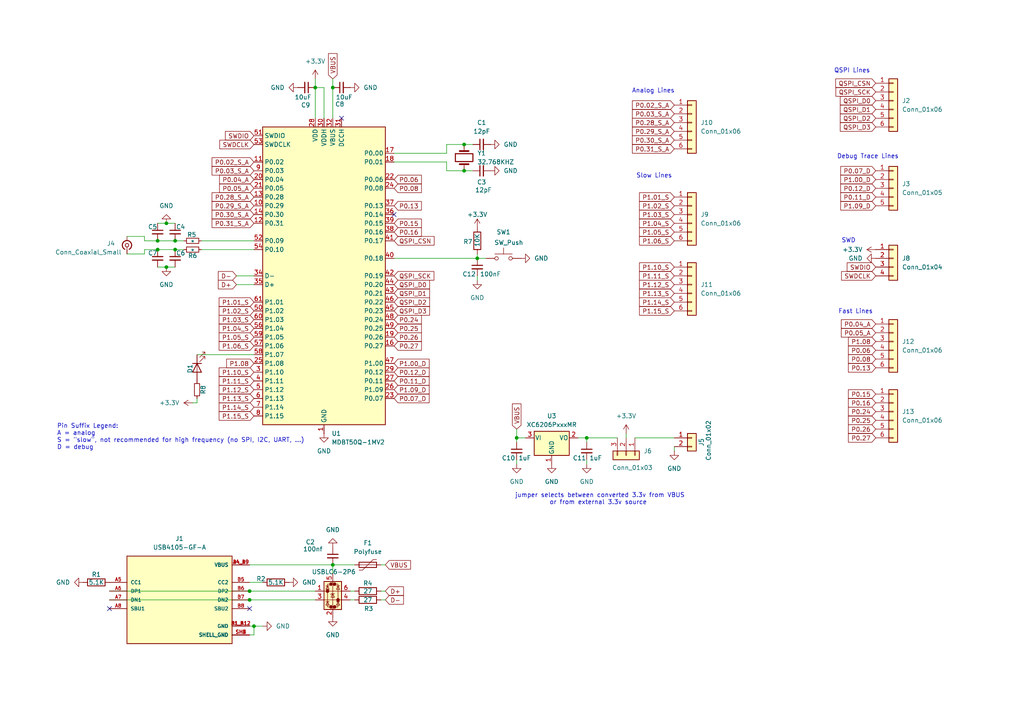
<source format=kicad_sch>
(kicad_sch (version 20231120) (generator "eeschema") (generator_version "8.0")
  (paper "A4")
  (lib_symbols
    (symbol "Connector:Conn_Coaxial_Small" (pin_numbers hide) (pin_names (offset 1.016) hide)
      (property "Reference" "J" (at 0.254 3.048 0))
      (property "Value" "Conn_Coaxial_Small" (at 0 -3.81 0))
      (symbol "Conn_Coaxial_Small_1_1"
        (pin passive line (at -2.54 0 0) (length 1.27) (name "In") (number "1"))
        (pin passive line (at 2.54 0 180) (length 1.27) (name "Ext") (number "2"))
      )
    )
    (symbol "Connector_Generic:Conn_01x02" (pin_names (offset 1.016) hide)
      (property "Reference" "J" (at 0 2.54 0))
      (property "Value" "Conn_01x02" (at 0 -5.08 0))
      (symbol "Conn_01x02_1_1"
        (pin passive line (at -5.08 0 0) (length 3.81) (name "Pin_1") (number "1"))
        (pin passive line (at -5.08 -2.54 0) (length 3.81) (name "Pin_2") (number "2"))
      )
    )
    (symbol "Connector_Generic:Conn_01x03" (pin_names (offset 1.016) hide)
      (property "Reference" "J" (at 0 5.08 0))
      (property "Value" "Conn_01x03" (at 0 -5.08 0))
      (symbol "Conn_01x03_1_1"
        (pin passive line (at -5.08 2.54 0) (length 3.81) (name "Pin_1") (number "1"))
        (pin passive line (at -5.08 0 0) (length 3.81) (name "Pin_2") (number "2"))
        (pin passive line (at -5.08 -2.54 0) (length 3.81) (name "Pin_3") (number "3"))
      )
    )
    (symbol "Connector_Generic:Conn_01x04" (pin_names (offset 1.016) hide)
      (property "Reference" "J" (at 0 5.08 0))
      (property "Value" "Conn_01x04" (at 0 -7.62 0))
      (symbol "Conn_01x04_1_1"
        (pin passive line (at -5.08 2.54 0) (length 3.81) (name "Pin_1") (number "1"))
        (pin passive line (at -5.08 0 0) (length 3.81) (name "Pin_2") (number "2"))
        (pin passive line (at -5.08 -2.54 0) (length 3.81) (name "Pin_3") (number "3"))
        (pin passive line (at -5.08 -5.08 0) (length 3.81) (name "Pin_4") (number "4"))
      )
    )
    (symbol "Connector_Generic:Conn_01x05" (pin_names (offset 1.016) hide)
      (property "Reference" "J" (at 0 7.62 0))
      (property "Value" "Conn_01x05" (at 0 -7.62 0))
      (symbol "Conn_01x05_1_1"
        (pin passive line (at -5.08 5.08 0) (length 3.81) (name "Pin_1") (number "1"))
        (pin passive line (at -5.08 2.54 0) (length 3.81) (name "Pin_2") (number "2"))
        (pin passive line (at -5.08 0 0) (length 3.81) (name "Pin_3") (number "3"))
        (pin passive line (at -5.08 -2.54 0) (length 3.81) (name "Pin_4") (number "4"))
        (pin passive line (at -5.08 -5.08 0) (length 3.81) (name "Pin_5") (number "5"))
      )
    )
    (symbol "Connector_Generic:Conn_01x06" (pin_names (offset 1.016) hide)
      (property "Reference" "J" (at 0 7.62 0))
      (property "Value" "Conn_01x06" (at 0 -10.16 0))
      (symbol "Conn_01x06_1_1"
        (pin passive line (at -5.08 5.08 0) (length 3.81) (name "Pin_1") (number "1"))
        (pin passive line (at -5.08 2.54 0) (length 3.81) (name "Pin_2") (number "2"))
        (pin passive line (at -5.08 0 0) (length 3.81) (name "Pin_3") (number "3"))
        (pin passive line (at -5.08 -2.54 0) (length 3.81) (name "Pin_4") (number "4"))
        (pin passive line (at -5.08 -5.08 0) (length 3.81) (name "Pin_5") (number "5"))
        (pin passive line (at -5.08 -7.62 0) (length 3.81) (name "Pin_6") (number "6"))
      )
    )
    (symbol "Device:C_Small" (pin_numbers hide) (pin_names (offset 0.254) hide)
      (property "Reference" "C" (at 0.254 1.778 0))
      (property "Value" "C_Small" (at 0.254 -2.032 0))
      (symbol "C_Small_1_1"
        (pin passive line (at 0 2.54 270) (length 2.032) (name "~") (number "1"))
        (pin passive line (at 0 -2.54 90) (length 2.032) (name "~") (number "2"))
      )
    )
    (symbol "Device:Crystal" (pin_numbers hide) (pin_names (offset 1.016) hide)
      (property "Reference" "Y" (at 0 3.81 0))
      (property "Value" "Crystal" (at 0 -3.81 0))
      (symbol "Crystal_1_1"
        (pin passive line (at -3.81 0 0) (length 1.27) (name "1") (number "1"))
        (pin passive line (at 3.81 0 180) (length 1.27) (name "2") (number "2"))
      )
    )
    (symbol "Device:LED" (pin_numbers hide) (pin_names (offset 1.016) hide)
      (property "Reference" "D" (at 0 2.54 0))
      (property "Value" "LED" (at 0 -2.54 0))
      (symbol "LED_1_1"
        (pin passive line (at -3.81 0 0) (length 2.54) (name "K") (number "1"))
        (pin passive line (at 3.81 0 180) (length 2.54) (name "A") (number "2"))
      )
    )
    (symbol "Device:Polyfuse" (pin_numbers hide) (pin_names (offset 0))
      (property "Reference" "F" (at -2.54 0 90))
      (property "Value" "Polyfuse" (at 2.54 0 90))
      (symbol "Polyfuse_1_1"
        (pin passive line (at 0 3.81 270) (length 1.27) (name "~") (number "1"))
        (pin passive line (at 0 -3.81 90) (length 1.27) (name "~") (number "2"))
      )
    )
    (symbol "Device:R" (pin_numbers hide) (pin_names (offset 0))
      (property "Reference" "R" (at 2.032 0 90))
      (property "Value" "R" (at 0 0 90))
      (symbol "R_1_1"
        (pin passive line (at 0 3.81 270) (length 1.27) (name "~") (number "1"))
        (pin passive line (at 0 -3.81 90) (length 1.27) (name "~") (number "2"))
      )
    )
    (symbol "Device:R_Small" (pin_numbers hide) (pin_names (offset 0.254) hide)
      (property "Reference" "R" (at 0.762 0.508 0))
      (property "Value" "R_Small" (at 0.762 -1.016 0))
      (symbol "R_Small_1_1"
        (pin passive line (at 0 2.54 270) (length 0.762) (name "~") (number "1"))
        (pin passive line (at 0 -2.54 90) (length 0.762) (name "~") (number "2"))
      )
    )
    (symbol "Power_Protection:USBLC6-2P6" (pin_names hide)
      (property "Reference" "U" (at 0.635 5.715 0))
      (property "Value" "USBLC6-2P6" (at 0.635 3.81 0))
      (symbol "USBLC6-2P6_1_1"
        (pin passive line (at -5.08 0 0) (length 2.54) (name "I/O1") (number "1"))
        (pin passive line (at 0 -7.62 90) (length 2.54) (name "GND") (number "2"))
        (pin passive line (at -5.08 -2.54 0) (length 2.54) (name "I/O2") (number "3"))
        (pin passive line (at 5.08 -2.54 180) (length 2.54) (name "I/O2") (number "4"))
        (pin passive line (at 0 5.08 270) (length 2.54) (name "VBUS") (number "5"))
        (pin passive line (at 5.08 0 180) (length 2.54) (name "I/O1") (number "6"))
      )
    )
    (symbol "RF_Module:MDBT50Q-1MV2"
      (property "Reference" "U" (at 0 0 0))
      (property "Value" "MDBT50Q-1MV2" (at 0 -2.54 0))
      (symbol "MDBT50Q-1MV2_1_1"
        (pin power_in line (at 0 -45.72 90) (length 2.54) (name "GND") (number "1"))
        (pin bidirectional line (at -20.32 20.32 0) (length 2.54) (name "P0.29") (number "10"))
        (pin bidirectional line (at -20.32 33.02 0) (length 2.54) (name "P0.02") (number "11"))
        (pin bidirectional line (at -20.32 15.24 0) (length 2.54) (name "P0.31") (number "12"))
        (pin bidirectional line (at -20.32 22.86 0) (length 2.54) (name "P0.28") (number "13"))
        (pin bidirectional line (at -20.32 17.78 0) (length 2.54) (name "P0.30") (number "14"))
        (pin passive line (at 0 -45.72 90) (length 2.54) hide (name "GND") (number "15"))
        (pin bidirectional line (at 20.32 -20.32 180) (length 2.54) (name "P0.27") (number "16"))
        (pin bidirectional line (at 20.32 35.56 180) (length 2.54) (name "P0.00") (number "17"))
        (pin bidirectional line (at 20.32 33.02 180) (length 2.54) (name "P0.01") (number "18"))
        (pin bidirectional line (at 20.32 -17.78 180) (length 2.54) (name "P0.26") (number "19"))
        (pin passive line (at 0 -45.72 90) (length 2.54) hide (name "GND") (number "2"))
        (pin bidirectional line (at -20.32 27.94 0) (length 2.54) (name "P0.04") (number "20"))
        (pin bidirectional line (at -20.32 25.4 0) (length 2.54) (name "P0.05") (number "21"))
        (pin bidirectional line (at 20.32 27.94 180) (length 2.54) (name "P0.06") (number "22"))
        (pin bidirectional line (at 20.32 -35.56 180) (length 2.54) (name "P0.07") (number "23"))
        (pin bidirectional line (at 20.32 25.4 180) (length 2.54) (name "P0.08") (number "24"))
        (pin bidirectional line (at -20.32 -25.4 0) (length 2.54) (name "P1.08") (number "25"))
        (pin bidirectional line (at 20.32 -33.02 180) (length 2.54) (name "P1.09") (number "26"))
        (pin bidirectional line (at 20.32 -30.48 180) (length 2.54) (name "P0.11") (number "27"))
        (pin power_in line (at -2.54 45.72 270) (length 2.54) (name "VDD") (number "28"))
        (pin bidirectional line (at 20.32 -27.94 180) (length 2.54) (name "P0.12") (number "29"))
        (pin bidirectional line (at -20.32 -27.94 0) (length 2.54) (name "P1.10") (number "3"))
        (pin power_in line (at 0 45.72 270) (length 2.54) (name "VDDH") (number "30"))
        (pin power_out line (at 5.08 45.72 270) (length 2.54) (name "DCCH") (number "31"))
        (pin power_in line (at 2.54 45.72 270) (length 2.54) (name "VBUS") (number "32"))
        (pin passive line (at 0 -45.72 90) (length 2.54) hide (name "GND") (number "33"))
        (pin bidirectional line (at -20.32 0 0) (length 2.54) (name "D-") (number "34"))
        (pin bidirectional line (at -20.32 -2.54 0) (length 2.54) (name "D+") (number "35"))
        (pin bidirectional line (at 20.32 17.78 180) (length 2.54) (name "P0.14") (number "36"))
        (pin bidirectional line (at 20.32 20.32 180) (length 2.54) (name "P0.13") (number "37"))
        (pin bidirectional line (at 20.32 12.7 180) (length 2.54) (name "P0.16") (number "38"))
        (pin bidirectional line (at 20.32 15.24 180) (length 2.54) (name "P0.15") (number "39"))
        (pin bidirectional line (at -20.32 -30.48 0) (length 2.54) (name "P1.11") (number "4"))
        (pin bidirectional line (at 20.32 5.08 180) (length 2.54) (name "P0.18") (number "40"))
        (pin bidirectional line (at 20.32 10.16 180) (length 2.54) (name "P0.17") (number "41"))
        (pin bidirectional line (at 20.32 0 180) (length 2.54) (name "P0.19") (number "42"))
        (pin bidirectional line (at 20.32 -5.08 180) (length 2.54) (name "P0.21") (number "43"))
        (pin bidirectional line (at 20.32 -2.54 180) (length 2.54) (name "P0.20") (number "44"))
        (pin bidirectional line (at 20.32 -10.16 180) (length 2.54) (name "P0.23") (number "45"))
        (pin bidirectional line (at 20.32 -7.62 180) (length 2.54) (name "P0.22") (number "46"))
        (pin bidirectional line (at 20.32 -25.4 180) (length 2.54) (name "P1.00") (number "47"))
        (pin bidirectional line (at 20.32 -12.7 180) (length 2.54) (name "P0.24") (number "48"))
        (pin bidirectional line (at 20.32 -15.24 180) (length 2.54) (name "P0.25") (number "49"))
        (pin bidirectional line (at -20.32 -33.02 0) (length 2.54) (name "P1.12") (number "5"))
        (pin bidirectional line (at -20.32 -10.16 0) (length 2.54) (name "P1.02") (number "50"))
        (pin bidirectional line (at -20.32 40.64 0) (length 2.54) (name "SWDIO") (number "51"))
        (pin bidirectional line (at -20.32 10.16 0) (length 2.54) (name "P0.09") (number "52"))
        (pin input line (at -20.32 38.1 0) (length 2.54) (name "SWDCLK") (number "53"))
        (pin bidirectional line (at -20.32 7.62 0) (length 2.54) (name "P0.10") (number "54"))
        (pin passive line (at 0 -45.72 90) (length 2.54) hide (name "GND") (number "55"))
        (pin bidirectional line (at -20.32 -15.24 0) (length 2.54) (name "P1.04") (number "56"))
        (pin bidirectional line (at -20.32 -20.32 0) (length 2.54) (name "P1.06") (number "57"))
        (pin bidirectional line (at -20.32 -22.86 0) (length 2.54) (name "P1.07") (number "58"))
        (pin bidirectional line (at -20.32 -17.78 0) (length 2.54) (name "P1.05") (number "59"))
        (pin bidirectional line (at -20.32 -35.56 0) (length 2.54) (name "P1.13") (number "6"))
        (pin bidirectional line (at -20.32 -12.7 0) (length 2.54) (name "P1.03") (number "60"))
        (pin bidirectional line (at -20.32 -7.62 0) (length 2.54) (name "P1.01") (number "61"))
        (pin bidirectional line (at -20.32 -38.1 0) (length 2.54) (name "P1.14") (number "7"))
        (pin bidirectional line (at -20.32 -40.64 0) (length 2.54) (name "P1.15") (number "8"))
        (pin bidirectional line (at -20.32 30.48 0) (length 2.54) (name "P0.03") (number "9"))
      )
    )
    (symbol "Regulator_Linear:XC6206PxxxMR" (pin_names (offset 0.254))
      (property "Reference" "U" (at -3.81 3.175 0))
      (property "Value" "XC6206PxxxMR" (at 0 3.175 0))
      (symbol "XC6206PxxxMR_1_1"
        (pin power_in line (at 0 -7.62 90) (length 2.54) (name "GND") (number "1"))
        (pin power_out line (at 7.62 0 180) (length 2.54) (name "VO") (number "2"))
        (pin power_in line (at -7.62 0 0) (length 2.54) (name "VI") (number "3"))
      )
    )
    (symbol "Switch:SW_Push" (pin_numbers hide) (pin_names (offset 1.016) hide)
      (property "Reference" "SW" (at 1.27 2.54 0))
      (property "Value" "SW_Push" (at 0 -1.524 0))
      (symbol "SW_Push_0_1"
        (pin passive line (at -5.08 0 0) (length 2.54) (name "1") (number "1"))
        (pin passive line (at 5.08 0 180) (length 2.54) (name "2") (number "2"))
      )
    )
    (symbol "USB4105-GF-A:USB4105-GF-A" (pin_names (offset 1.016))
      (property "Reference" "J" (at -15.24 13.97 0))
      (property "Value" "USB4105-GF-A" (at -15.24 -15.24 0))
      (symbol "USB4105-GF-A_0_0"
        (pin power_in line (at 20.32 -7.62 180) (length 5.08) (name "GND") (number "A1_B12"))
        (pin power_in line (at 20.32 10.16 180) (length 5.08) (name "VBUS") (number "A4_B9"))
        (pin bidirectional line (at -20.32 5.08 0) (length 5.08) (name "CC1") (number "A5"))
        (pin bidirectional line (at -20.32 2.54 0) (length 5.08) (name "DP1") (number "A6"))
        (pin bidirectional line (at -20.32 0 0) (length 5.08) (name "DN1") (number "A7"))
        (pin bidirectional line (at -20.32 -2.54 0) (length 5.08) (name "SBU1") (number "A8"))
        (pin power_in line (at 20.32 -7.62 180) (length 5.08) (name "GND") (number "B1_A12"))
        (pin power_in line (at 20.32 10.16 180) (length 5.08) (name "VBUS") (number "B4_A9"))
        (pin bidirectional line (at 20.32 5.08 180) (length 5.08) (name "CC2") (number "B5"))
        (pin bidirectional line (at 20.32 2.54 180) (length 5.08) (name "DP2") (number "B6"))
        (pin bidirectional line (at 20.32 0 180) (length 5.08) (name "DN2") (number "B7"))
        (pin bidirectional line (at 20.32 -2.54 180) (length 5.08) (name "SBU2") (number "B8"))
        (pin power_in line (at 20.32 -10.16 180) (length 5.08) (name "SHELL_GND") (number "SH1"))
        (pin power_in line (at 20.32 -10.16 180) (length 5.08) (name "SHELL_GND") (number "SH2"))
        (pin power_in line (at 20.32 -10.16 180) (length 5.08) (name "SHELL_GND") (number "SH3"))
        (pin power_in line (at 20.32 -10.16 180) (length 5.08) (name "SHELL_GND") (number "SH4"))
      )
    )
    (symbol "power:+3.3V" (power) (pin_numbers hide) (pin_names (offset 0) hide)
      (property "Value" "+3.3V" (at 0 3.556 0))
      (symbol "+3.3V_1_1"
        (pin power_in line (at 0 0 90) (length 0) (name "~") (number "1"))
      )
    )
    (symbol "power:GND" (power) (pin_numbers hide) (pin_names (offset 0) hide)
      (property "Value" "GND" (at 0 -3.81 0))
      (symbol "GND_1_1"
        (pin power_in line (at 0 0 270) (length 0) (name "~") (number "1"))
      )
    )
  )
  (junction (at 50.8 72.39))
  (junction (at 48.26 77.47))
  (junction (at 50.8 69.85))
  (junction (at 96.52 25.4))
  (junction (at 134.62 49.53))
  (junction (at 73.66 181.61))
  (junction (at 72.39 171.45))
  (junction (at 45.72 69.85))
  (junction (at 149.86 127))
  (junction (at 45.72 72.39))
  (junction (at 48.26 64.77))
  (junction (at 91.44 25.4))
  (junction (at 138.43 74.93))
  (junction (at 170.18 127))
  (junction (at 96.52 163.83))
  (junction (at 72.39 173.99))
  (junction (at 134.62 41.91))
  (no_connect (at 72.39 176.53))
  (no_connect (at 31.75 176.53))
  (no_connect (at 114.3 62.23))
  (no_connect (at 99.06 34.29))
  (wire (pts (xy 73.66 181.61) (xy 76.2 181.61)))
  (wire (pts (xy 48.26 77.47) (xy 50.8 77.47)))
  (wire (pts (xy 96.52 25.4) (xy 96.52 34.29)))
  (wire (pts (xy 91.44 22.86) (xy 91.44 25.4)))
  (wire (pts (xy 170.18 128.27) (xy 170.18 127)))
  (wire (pts (xy 167.64 127) (xy 170.18 127)))
  (wire (pts (xy 41.91 69.85) (xy 45.72 69.85)))
  (wire (pts (xy 138.43 81.28) (xy 138.43 80.01)))
  (wire (pts (xy 114.3 46.99) (xy 129.54 46.99)))
  (wire (pts (xy 36.83 68.58) (xy 41.91 68.58)))
  (wire (pts (xy 36.83 73.66) (xy 41.91 73.66)))
  (wire (pts (xy 129.54 41.91) (xy 134.62 41.91)))
  (wire (pts (xy 55.88 116.84) (xy 57.15 116.84)))
  (wire (pts (xy 184.15 127) (xy 195.58 127)))
  (wire (pts (xy 76.2 168.91) (xy 72.39 168.91)))
  (wire (pts (xy 68.58 80.01) (xy 73.66 80.01)))
  (wire (pts (xy 50.8 69.85) (xy 53.34 69.85)))
  (wire (pts (xy 41.91 72.39) (xy 45.72 72.39)))
  (wire (pts (xy 41.91 68.58) (xy 41.91 69.85)))
  (wire (pts (xy 138.43 74.93) (xy 140.97 74.93)))
  (wire (pts (xy 149.86 127) (xy 152.4 127)))
  (wire (pts (xy 110.49 163.83) (xy 111.76 163.83)))
  (wire (pts (xy 129.54 49.53) (xy 134.62 49.53)))
  (wire (pts (xy 48.26 64.77) (xy 50.8 64.77)))
  (wire (pts (xy 102.87 163.83) (xy 96.52 163.83)))
  (wire (pts (xy 58.42 69.85) (xy 73.66 69.85)))
  (wire (pts (xy 170.18 134.62) (xy 170.18 133.35)))
  (wire (pts (xy 31.75 171.45) (xy 72.39 171.45)))
  (wire (pts (xy 129.54 44.45) (xy 129.54 41.91)))
  (wire (pts (xy 111.76 173.99) (xy 110.49 173.99)))
  (wire (pts (xy 93.98 34.29) (xy 93.98 25.4)))
  (wire (pts (xy 134.62 49.53) (xy 137.16 49.53)))
  (wire (pts (xy 102.87 171.45) (xy 101.6 171.45)))
  (wire (pts (xy 149.86 124.46) (xy 149.86 127)))
  (wire (pts (xy 138.43 73.66) (xy 138.43 74.93)))
  (wire (pts (xy 114.3 44.45) (xy 129.54 44.45)))
  (wire (pts (xy 72.39 184.15) (xy 73.66 184.15)))
  (wire (pts (xy 58.42 72.39) (xy 73.66 72.39)))
  (wire (pts (xy 96.52 166.37) (xy 96.52 163.83)))
  (wire (pts (xy 57.15 116.84) (xy 57.15 115.57)))
  (wire (pts (xy 195.58 130.81) (xy 195.58 129.54)))
  (wire (pts (xy 102.87 173.99) (xy 101.6 173.99)))
  (wire (pts (xy 57.15 102.87) (xy 73.66 102.87)))
  (wire (pts (xy 134.62 41.91) (xy 137.16 41.91)))
  (wire (pts (xy 181.61 125.73) (xy 181.61 127)))
  (wire (pts (xy 149.86 134.62) (xy 149.86 133.35)))
  (wire (pts (xy 68.58 82.55) (xy 73.66 82.55)))
  (wire (pts (xy 93.98 25.4) (xy 91.44 25.4)))
  (wire (pts (xy 91.44 25.4) (xy 91.44 34.29)))
  (wire (pts (xy 170.18 127) (xy 179.07 127)))
  (wire (pts (xy 72.39 173.99) (xy 91.44 173.99)))
  (wire (pts (xy 96.52 163.83) (xy 72.39 163.83)))
  (wire (pts (xy 31.75 173.99) (xy 72.39 173.99)))
  (wire (pts (xy 129.54 46.99) (xy 129.54 49.53)))
  (wire (pts (xy 41.91 73.66) (xy 41.91 72.39)))
  (wire (pts (xy 72.39 181.61) (xy 73.66 181.61)))
  (wire (pts (xy 45.72 77.47) (xy 48.26 77.47)))
  (wire (pts (xy 50.8 72.39) (xy 53.34 72.39)))
  (wire (pts (xy 72.39 171.45) (xy 91.44 171.45)))
  (wire (pts (xy 45.72 64.77) (xy 48.26 64.77)))
  (wire (pts (xy 149.86 128.27) (xy 149.86 127)))
  (wire (pts (xy 111.76 171.45) (xy 110.49 171.45)))
  (wire (pts (xy 114.3 74.93) (xy 138.43 74.93)))
  (wire (pts (xy 45.72 72.39) (xy 50.8 72.39)))
  (wire (pts (xy 73.66 181.61) (xy 73.66 184.15)))
  (wire (pts (xy 45.72 69.85) (xy 50.8 69.85)))
  (wire (pts (xy 96.52 22.86) (xy 96.52 25.4)))
  (text "Slow Lines\n" (at 189.738 51.054 0) (effects (font (size 1.27 1.27))))
  (text "SWD\n" (at 246.126 69.85 0) (effects (font (size 1.27 1.27))))
  (text "jumper selects between converted 3.3v from VBUS\nor from external 3.3v source " (at 173.99 144.78 0) (effects (font (size 1.27 1.27))))
  (text "Debug Trace Lines" (at 251.714 45.466 0) (effects (font (size 1.27 1.27))))
  (text "Analog Lines\n" (at 189.484 26.416 0) (effects (font (size 1.27 1.27))))
  (text "QSPI Lines\n" (at 247.142 20.574 0) (effects (font (size 1.27 1.27))))
  (text "Fast Lines\n" (at 248.158 90.424 0) (effects (font (size 1.27 1.27))))
  (text "Pin Suffix Legend:\nA = analog\nS = \"slow\", not recommended for high frequency (no SPI, I2C, UART, ...)\nD = debug " (at 16.51 126.746 0) (effects (font (size 1.27 1.27)) (justify left)))
  (global_label "P0.29_S_A" (shape input) (at 195.58 38.1 180) (property "Intersheetrefs" "${INTERSHEET_REFS}" (effects (hide yes))))
  (global_label "P1.06_S" (shape input) (at 73.66 100.33 180) (property "Intersheetrefs" "${INTERSHEET_REFS}" (effects (hide yes))))
  (global_label "SWDCLK" (shape input) (at 254 80.01 180) (property "Intersheetrefs" "${INTERSHEET_REFS}" (effects (hide yes))))
  (global_label "P0.24" (shape input) (at 254 119.38 180) (property "Intersheetrefs" "${INTERSHEET_REFS}" (effects (hide yes))))
  (global_label "P1.11_S" (shape input) (at 195.58 80.01 180) (property "Intersheetrefs" "${INTERSHEET_REFS}" (effects (hide yes))))
  (global_label "P0.28_S_A" (shape input) (at 195.58 35.56 180) (property "Intersheetrefs" "${INTERSHEET_REFS}" (effects (hide yes))))
  (global_label "P1.05_S" (shape input) (at 195.58 67.31 180) (property "Intersheetrefs" "${INTERSHEET_REFS}" (effects (hide yes))))
  (global_label "P1.02_S" (shape input) (at 195.58 59.69 180) (property "Intersheetrefs" "${INTERSHEET_REFS}" (effects (hide yes))))
  (global_label "P1.04_S" (shape input) (at 195.58 64.77 180) (property "Intersheetrefs" "${INTERSHEET_REFS}" (effects (hide yes))))
  (global_label "P0.05_A" (shape input) (at 254 96.52 180) (property "Intersheetrefs" "${INTERSHEET_REFS}" (effects (hide yes))))
  (global_label "P0.15" (shape input) (at 114.3 64.77 0) (property "Intersheetrefs" "${INTERSHEET_REFS}" (effects (hide yes))))
  (global_label "VBUS" (shape input) (at 111.76 163.83 0) (property "Intersheetrefs" "${INTERSHEET_REFS}" (effects (hide yes))))
  (global_label "P1.11_S" (shape input) (at 73.66 110.49 180) (property "Intersheetrefs" "${INTERSHEET_REFS}" (effects (hide yes))))
  (global_label "P1.03_S" (shape input) (at 195.58 62.23 180) (property "Intersheetrefs" "${INTERSHEET_REFS}" (effects (hide yes))))
  (global_label "QSPI_D3" (shape input) (at 254 36.83 180) (property "Intersheetrefs" "${INTERSHEET_REFS}" (effects (hide yes))))
  (global_label "P0.30_S_A" (shape input) (at 195.58 40.64 180) (property "Intersheetrefs" "${INTERSHEET_REFS}" (effects (hide yes))))
  (global_label "P1.10_S" (shape input) (at 195.58 77.47 180) (property "Intersheetrefs" "${INTERSHEET_REFS}" (effects (hide yes))))
  (global_label "P1.12_S" (shape input) (at 73.66 113.03 180) (property "Intersheetrefs" "${INTERSHEET_REFS}" (effects (hide yes))))
  (global_label "P0.02_S_A" (shape input) (at 195.58 30.48 180) (property "Intersheetrefs" "${INTERSHEET_REFS}" (effects (hide yes))))
  (global_label "QSPI_SCK" (shape input) (at 254 26.67 180) (property "Intersheetrefs" "${INTERSHEET_REFS}" (effects (hide yes))))
  (global_label "P0.26" (shape input) (at 254 124.46 180) (property "Intersheetrefs" "${INTERSHEET_REFS}" (effects (hide yes))))
  (global_label "P0.07_D" (shape input) (at 114.3 115.57 0) (property "Intersheetrefs" "${INTERSHEET_REFS}" (effects (hide yes))))
  (global_label "P1.09_D" (shape input) (at 114.3 113.03 0) (property "Intersheetrefs" "${INTERSHEET_REFS}" (effects (hide yes))))
  (global_label "QSPI_D0" (shape input) (at 114.3 82.55 0) (property "Intersheetrefs" "${INTERSHEET_REFS}" (effects (hide yes))))
  (global_label "P1.00_D" (shape input) (at 254 52.07 180) (property "Intersheetrefs" "${INTERSHEET_REFS}" (effects (hide yes))))
  (global_label "P0.31_S_A" (shape input) (at 73.66 64.77 180) (property "Intersheetrefs" "${INTERSHEET_REFS}" (effects (hide yes))))
  (global_label "P0.12_D" (shape input) (at 254 54.61 180) (property "Intersheetrefs" "${INTERSHEET_REFS}" (effects (hide yes))))
  (global_label "P1.01_S" (shape input) (at 73.66 87.63 180) (property "Intersheetrefs" "${INTERSHEET_REFS}" (effects (hide yes))))
  (global_label "P1.01_S" (shape input) (at 195.58 57.15 180) (property "Intersheetrefs" "${INTERSHEET_REFS}" (effects (hide yes))))
  (global_label "P0.04_A" (shape input) (at 254 93.98 180) (property "Intersheetrefs" "${INTERSHEET_REFS}" (effects (hide yes))))
  (global_label "P0.24" (shape input) (at 114.3 92.71 0) (property "Intersheetrefs" "${INTERSHEET_REFS}" (effects (hide yes))))
  (global_label "SWDIO" (shape input) (at 254 77.47 180) (property "Intersheetrefs" "${INTERSHEET_REFS}" (effects (hide yes))))
  (global_label "P0.28_S_A" (shape input) (at 73.66 57.15 180) (property "Intersheetrefs" "${INTERSHEET_REFS}" (effects (hide yes))))
  (global_label "P1.09_D" (shape input) (at 254 59.69 180) (property "Intersheetrefs" "${INTERSHEET_REFS}" (effects (hide yes))))
  (global_label "D+" (shape input) (at 111.76 171.45 0) (property "Intersheetrefs" "${INTERSHEET_REFS}" (effects (hide yes))))
  (global_label "QSPI_D0" (shape input) (at 254 29.21 180) (property "Intersheetrefs" "${INTERSHEET_REFS}" (effects (hide yes))))
  (global_label "QSPI_D1" (shape input) (at 254 31.75 180) (property "Intersheetrefs" "${INTERSHEET_REFS}" (effects (hide yes))))
  (global_label "VBUS" (shape input) (at 96.52 22.86 90) (property "Intersheetrefs" "${INTERSHEET_REFS}" (effects (hide yes))))
  (global_label "P0.13" (shape input) (at 114.3 59.69 0) (property "Intersheetrefs" "${INTERSHEET_REFS}" (effects (hide yes))))
  (global_label "D-" (shape input) (at 68.58 80.01 180) (property "Intersheetrefs" "${INTERSHEET_REFS}" (effects (hide yes))))
  (global_label "P0.25" (shape input) (at 114.3 95.25 0) (property "Intersheetrefs" "${INTERSHEET_REFS}" (effects (hide yes))))
  (global_label "P0.03_S_A" (shape input) (at 195.58 33.02 180) (property "Intersheetrefs" "${INTERSHEET_REFS}" (effects (hide yes))))
  (global_label "P1.08" (shape input) (at 73.66 105.41 180) (property "Intersheetrefs" "${INTERSHEET_REFS}" (effects (hide yes))))
  (global_label "P1.03_S" (shape input) (at 73.66 92.71 180) (property "Intersheetrefs" "${INTERSHEET_REFS}" (effects (hide yes))))
  (global_label "P0.29_S_A" (shape input) (at 73.66 59.69 180) (property "Intersheetrefs" "${INTERSHEET_REFS}" (effects (hide yes))))
  (global_label "P0.05_A" (shape input) (at 73.66 54.61 180) (property "Intersheetrefs" "${INTERSHEET_REFS}" (effects (hide yes))))
  (global_label "QSPI_D2" (shape input) (at 114.3 87.63 0) (property "Intersheetrefs" "${INTERSHEET_REFS}" (effects (hide yes))))
  (global_label "P0.16" (shape input) (at 254 116.84 180) (property "Intersheetrefs" "${INTERSHEET_REFS}" (effects (hide yes))))
  (global_label "P0.12_D" (shape input) (at 114.3 107.95 0) (property "Intersheetrefs" "${INTERSHEET_REFS}" (effects (hide yes))))
  (global_label "D+" (shape input) (at 68.58 82.55 180) (property "Intersheetrefs" "${INTERSHEET_REFS}" (effects (hide yes))))
  (global_label "P0.06" (shape input) (at 114.3 52.07 0) (property "Intersheetrefs" "${INTERSHEET_REFS}" (effects (hide yes))))
  (global_label "P1.00_D" (shape input) (at 114.3 105.41 0) (property "Intersheetrefs" "${INTERSHEET_REFS}" (effects (hide yes))))
  (global_label "P0.02_S_A" (shape input) (at 73.66 46.99 180) (property "Intersheetrefs" "${INTERSHEET_REFS}" (effects (hide yes))))
  (global_label "P1.02_S" (shape input) (at 73.66 90.17 180) (property "Intersheetrefs" "${INTERSHEET_REFS}" (effects (hide yes))))
  (global_label "P0.11_D" (shape input) (at 254 57.15 180) (property "Intersheetrefs" "${INTERSHEET_REFS}" (effects (hide yes))))
  (global_label "SWDIO" (shape input) (at 73.66 39.37 180) (property "Intersheetrefs" "${INTERSHEET_REFS}" (effects (hide yes))))
  (global_label "P0.16" (shape input) (at 114.3 67.31 0) (property "Intersheetrefs" "${INTERSHEET_REFS}" (effects (hide yes))))
  (global_label "QSPI_CSN" (shape input) (at 254 24.13 180) (property "Intersheetrefs" "${INTERSHEET_REFS}" (effects (hide yes))))
  (global_label "P0.31_S_A" (shape input) (at 195.58 43.18 180) (property "Intersheetrefs" "${INTERSHEET_REFS}" (effects (hide yes))))
  (global_label "P1.04_S" (shape input) (at 73.66 95.25 180) (property "Intersheetrefs" "${INTERSHEET_REFS}" (effects (hide yes))))
  (global_label "P1.12_S" (shape input) (at 195.58 82.55 180) (property "Intersheetrefs" "${INTERSHEET_REFS}" (effects (hide yes))))
  (global_label "P1.05_S" (shape input) (at 73.66 97.79 180) (property "Intersheetrefs" "${INTERSHEET_REFS}" (effects (hide yes))))
  (global_label "P0.08" (shape input) (at 114.3 54.61 0) (property "Intersheetrefs" "${INTERSHEET_REFS}" (effects (hide yes))))
  (global_label "P1.13_S" (shape input) (at 73.66 115.57 180) (property "Intersheetrefs" "${INTERSHEET_REFS}" (effects (hide yes))))
  (global_label "P1.14_S" (shape input) (at 195.58 87.63 180) (property "Intersheetrefs" "${INTERSHEET_REFS}" (effects (hide yes))))
  (global_label "P0.15" (shape input) (at 254 114.3 180) (property "Intersheetrefs" "${INTERSHEET_REFS}" (effects (hide yes))))
  (global_label "P1.08" (shape input) (at 254 99.06 180) (property "Intersheetrefs" "${INTERSHEET_REFS}" (effects (hide yes))))
  (global_label "P0.26" (shape input) (at 114.3 97.79 0) (property "Intersheetrefs" "${INTERSHEET_REFS}" (effects (hide yes))))
  (global_label "P1.10_S" (shape input) (at 73.66 107.95 180) (property "Intersheetrefs" "${INTERSHEET_REFS}" (effects (hide yes))))
  (global_label "SWDCLK" (shape input) (at 73.66 41.91 180) (property "Intersheetrefs" "${INTERSHEET_REFS}" (effects (hide yes))))
  (global_label "P0.25" (shape input) (at 254 121.92 180) (property "Intersheetrefs" "${INTERSHEET_REFS}" (effects (hide yes))))
  (global_label "QSPI_SCK" (shape input) (at 114.3 80.01 0) (property "Intersheetrefs" "${INTERSHEET_REFS}" (effects (hide yes))))
  (global_label "P0.30_S_A" (shape input) (at 73.66 62.23 180) (property "Intersheetrefs" "${INTERSHEET_REFS}" (effects (hide yes))))
  (global_label "P0.11_D" (shape input) (at 114.3 110.49 0) (property "Intersheetrefs" "${INTERSHEET_REFS}" (effects (hide yes))))
  (global_label "VBUS" (shape input) (at 149.86 124.46 90) (property "Intersheetrefs" "${INTERSHEET_REFS}" (effects (hide yes))))
  (global_label "P1.15_S" (shape input) (at 195.58 90.17 180) (property "Intersheetrefs" "${INTERSHEET_REFS}" (effects (hide yes))))
  (global_label "P0.06" (shape input) (at 254 101.6 180) (property "Intersheetrefs" "${INTERSHEET_REFS}" (effects (hide yes))))
  (global_label "QSPI_D3" (shape input) (at 114.3 90.17 0) (property "Intersheetrefs" "${INTERSHEET_REFS}" (effects (hide yes))))
  (global_label "QSPI_D1" (shape input) (at 114.3 85.09 0) (property "Intersheetrefs" "${INTERSHEET_REFS}" (effects (hide yes))))
  (global_label "QSPI_D2" (shape input) (at 254 34.29 180) (property "Intersheetrefs" "${INTERSHEET_REFS}" (effects (hide yes))))
  (global_label "P1.06_S" (shape input) (at 195.58 69.85 180) (property "Intersheetrefs" "${INTERSHEET_REFS}" (effects (hide yes))))
  (global_label "P0.27" (shape input) (at 114.3 100.33 0) (property "Intersheetrefs" "${INTERSHEET_REFS}" (effects (hide yes))))
  (global_label "P1.13_S" (shape input) (at 195.58 85.09 180) (property "Intersheetrefs" "${INTERSHEET_REFS}" (effects (hide yes))))
  (global_label "P0.07_D" (shape input) (at 254 49.53 180) (property "Intersheetrefs" "${INTERSHEET_REFS}" (effects (hide yes))))
  (global_label "P0.08" (shape input) (at 254 104.14 180) (property "Intersheetrefs" "${INTERSHEET_REFS}" (effects (hide yes))))
  (global_label "P0.04_A" (shape input) (at 73.66 52.07 180) (property "Intersheetrefs" "${INTERSHEET_REFS}" (effects (hide yes))))
  (global_label "P1.15_S" (shape input) (at 73.66 120.65 180) (property "Intersheetrefs" "${INTERSHEET_REFS}" (effects (hide yes))))
  (global_label "P0.27" (shape input) (at 254 127 180) (property "Intersheetrefs" "${INTERSHEET_REFS}" (effects (hide yes))))
  (global_label "QSPI_CSN" (shape input) (at 114.3 69.85 0) (property "Intersheetrefs" "${INTERSHEET_REFS}" (effects (hide yes))))
  (global_label "P0.03_S_A" (shape input) (at 73.66 49.53 180) (property "Intersheetrefs" "${INTERSHEET_REFS}" (effects (hide yes))))
  (global_label "P1.14_S" (shape input) (at 73.66 118.11 180) (property "Intersheetrefs" "${INTERSHEET_REFS}" (effects (hide yes))))
  (global_label "P0.13" (shape input) (at 254 106.68 180) (property "Intersheetrefs" "${INTERSHEET_REFS}" (effects (hide yes))))
  (global_label "D-" (shape input) (at 111.76 173.99 0) (property "Intersheetrefs" "${INTERSHEET_REFS}" (effects (hide yes))))
  (symbol (lib_id "Device:C_Small") (at 50.8 67.31 0) (unit 1)
    (property "Reference" "C4" (at 51.054 65.786 0) (effects (justify left)))
    (property "Value" "C_Small" (effects (hide yes)))
    (property "Footprint" "Capacitor_SMD:C_0603_1608Metric_Pad1.08x0.95mm_HandSolder" (effects (hide yes)))
    (property "Description" "Unpolarized capacitor, small symbol" (effects (hide yes)))
  )
  (symbol (lib_id "Device:C_Small") (at 149.86 130.81 0) (unit 1)
    (property "Reference" "C10" (at 145.542 132.842 0) (effects (justify left)))
    (property "Value" "1uF" (at 150.368 132.842 0) (effects (justify left)))
    (property "Footprint" "Capacitor_SMD:C_0603_1608Metric_Pad1.08x0.95mm_HandSolder" (effects (hide yes)))
    (property "Description" "Unpolarized capacitor, small symbol" (effects (hide yes)))
  )
  (symbol (lib_id "Device:C_Small") (at 45.72 67.31 0) (unit 1)
    (property "Reference" "C5" (at 42.926 65.786 0) (effects (justify left)))
    (property "Value" "C_Small" (effects (hide yes)))
    (property "Footprint" "Capacitor_SMD:C_0603_1608Metric_Pad1.08x0.95mm_HandSolder" (effects (hide yes)))
    (property "Description" "Unpolarized capacitor, small symbol" (effects (hide yes)))
  )
  (symbol (lib_id "power:GND") (at 48.26 77.47 0) (unit 1)
    (property "Reference" "#PWR011" (effects (hide yes)))
    (property "Value" "GND" (at 48.26 82.55 0))
    (property "Description" "Power symbol creates a global label with name \"GND\" , ground" (effects (hide yes)))
  )
  (symbol (lib_id "Device:R_Small") (at 57.15 113.03 0) (mirror x) (unit 1)
    (property "Reference" "R8" (at 58.928 113.03 90))
    (property "Value" "R_Small" (effects (hide yes)))
    (property "Footprint" "Resistor_SMD:R_0603_1608Metric_Pad0.98x0.95mm_HandSolder" (effects (hide yes)))
    (property "Description" "Resistor, small symbol" (effects (hide yes)))
  )
  (symbol (lib_id "Device:C_Small") (at 138.43 77.47 0) (unit 1)
    (property "Reference" "C12" (at 134.112 79.502 0) (effects (justify left)))
    (property "Value" "100nF" (at 139.192 79.502 0) (effects (justify left)))
    (property "Footprint" "Capacitor_SMD:C_0603_1608Metric_Pad1.08x0.95mm_HandSolder" (effects (hide yes)))
    (property "Description" "Unpolarized capacitor, small symbol" (effects (hide yes)))
  )
  (symbol (lib_id "Device:C_Small") (at 139.7 41.91 90) (unit 1)
    (property "Reference" "C1" (at 139.7063 35.56 90))
    (property "Value" "12pF" (at 139.7063 38.1 90))
    (property "Footprint" "Capacitor_SMD:C_0603_1608Metric_Pad1.08x0.95mm_HandSolder" (effects (hide yes)))
    (property "Description" "Unpolarized capacitor, small symbol" (effects (hide yes)))
  )
  (symbol (lib_id "Device:R") (at 27.94 168.91 90) (unit 1)
    (property "Reference" "R1" (at 27.94 166.624 90))
    (property "Value" "5.1K" (at 27.94 168.91 90))
    (property "Footprint" "Resistor_SMD:R_0603_1608Metric_Pad0.98x0.95mm_HandSolder" (effects (hide yes)))
    (property "Description" "Resistor" (effects (hide yes)))
  )
  (symbol (lib_id "Device:R") (at 80.01 168.91 90) (unit 1)
    (property "Reference" "R2" (at 75.692 167.894 90))
    (property "Value" "5.1K" (at 80.01 168.91 90))
    (property "Footprint" "Resistor_SMD:R_0603_1608Metric_Pad0.98x0.95mm_HandSolder" (effects (hide yes)))
    (property "Description" "Resistor" (effects (hide yes)))
  )
  (symbol (lib_id "Device:R_Small") (at 55.88 69.85 90) (unit 1)
    (property "Reference" "R5" (at 55.626 68.072 90))
    (property "Value" "*" (at 55.88 70.358 90))
    (property "Footprint" "Resistor_SMD:R_0603_1608Metric_Pad0.98x0.95mm_HandSolder" (effects (hide yes)))
    (property "Description" "Resistor, small symbol" (effects (hide yes)))
  )
  (symbol (lib_id "power:GND") (at 195.58 130.81 0) (unit 1)
    (property "Reference" "#PWR012" (effects (hide yes)))
    (property "Value" "GND" (at 195.58 135.89 0))
    (property "Description" "Power symbol creates a global label with name \"GND\" , ground" (effects (hide yes)))
  )
  (symbol (lib_id "Device:C_Small") (at 50.8 74.93 0) (unit 1)
    (property "Reference" "C6" (at 51.054 73.406 0) (effects (justify left)))
    (property "Value" "C_Small" (effects (hide yes)))
    (property "Footprint" "Capacitor_SMD:C_0603_1608Metric_Pad1.08x0.95mm_HandSolder" (effects (hide yes)))
    (property "Description" "Unpolarized capacitor, small symbol" (effects (hide yes)))
  )
  (symbol (lib_id "Switch:SW_Push") (at 146.05 74.93 0) (unit 1)
    (property "Reference" "SW1" (at 146.05 67.31 0))
    (property "Value" "SW_Push" (at 147.574 70.358 0))
    (property "Footprint" "Button_Switch_SMD:SW_Push_1P1T_XKB_TS-1187A" (effects (hide yes)))
    (property "Description" "Push button switch, generic, two pins" (effects (hide yes)))
  )
  (symbol (lib_id "power:GND") (at 86.36 25.4 270) (unit 1)
    (property "Reference" "#PWR016" (effects (hide yes)))
    (property "Value" "GND" (at 82.55 25.4001 90) (effects (justify right)))
    (property "Description" "Power symbol creates a global label with name \"GND\" , ground" (effects (hide yes)))
  )
  (symbol (lib_id "Connector_Generic:Conn_01x06") (at 200.66 62.23 0) (unit 1)
    (property "Reference" "J9" (at 203.2 62.2299 0) (effects (justify left)))
    (property "Value" "Conn_01x06" (at 203.2 64.7699 0) (effects (justify left)))
    (property "Footprint" "Connector_PinHeader_2.54mm:PinHeader_1x06_P2.54mm_Vertical" (effects (hide yes)))
    (property "Description" "Generic connector, single row, 01x06, script generated (kicad-library-utils/schlib/autogen/connector/)" (effects (hide yes)))
  )
  (symbol (lib_id "power:GND") (at 93.98 125.73 0) (unit 1)
    (property "Reference" "#PWR07" (effects (hide yes)))
    (property "Value" "GND" (at 93.98 130.81 0))
    (property "Description" "Power symbol creates a global label with name \"GND\" , ground" (effects (hide yes)))
  )
  (symbol (lib_id "power:+3.3V") (at 91.44 22.86 0) (unit 1)
    (property "Reference" "#PWR017" (effects (hide yes)))
    (property "Value" "+3.3V" (at 91.44 17.78 0))
    (property "Description" "Power symbol creates a global label with name \"+3.3V\"" (effects (hide yes)))
  )
  (symbol (lib_id "Connector_Generic:Conn_01x03") (at 181.61 132.08 270) (unit 1)
    (property "Reference" "J6" (at 186.69 130.8099 90) (effects (justify left)))
    (property "Value" "Conn_01x03" (at 177.546 135.636 90) (effects (justify left)))
    (property "Footprint" "Connector_PinHeader_2.54mm:PinHeader_1x03_P2.54mm_Vertical" (effects (hide yes)))
    (property "Description" "Generic connector, single row, 01x03, script generated (kicad-library-utils/schlib/autogen/connector/)" (effects (hide yes)))
  )
  (symbol (lib_id "Device:C_Small") (at 88.9 25.4 270) (unit 1)
    (property "Reference" "C9" (at 88.646 30.48 90))
    (property "Value" "10uF" (at 87.884 28.194 90))
    (property "Footprint" "Capacitor_SMD:C_0603_1608Metric_Pad1.08x0.95mm_HandSolder" (effects (hide yes)))
    (property "Description" "Unpolarized capacitor, small symbol" (effects (hide yes)))
  )
  (symbol (lib_id "power:GND") (at 24.13 168.91 270) (unit 1)
    (property "Reference" "#PWR02" (effects (hide yes)))
    (property "Value" "GND" (at 20.32 168.9099 90) (effects (justify right)))
    (property "Description" "Power symbol creates a global label with name \"GND\" , ground" (effects (hide yes)))
  )
  (symbol (lib_id "power:GND") (at 101.6 25.4 90) (unit 1)
    (property "Reference" "#PWR014" (effects (hide yes)))
    (property "Value" "GND" (at 105.41 25.3999 90) (effects (justify right)))
    (property "Description" "Power symbol creates a global label with name \"GND\" , ground" (effects (hide yes)))
  )
  (symbol (lib_id "Connector_Generic:Conn_01x05") (at 259.08 54.61 0) (unit 1)
    (property "Reference" "J3" (at 261.62 53.3399 0) (effects (justify left)))
    (property "Value" "Conn_01x05" (at 261.62 55.8799 0) (effects (justify left)))
    (property "Footprint" "Connector_PinHeader_2.54mm:PinHeader_1x05_P2.54mm_Vertical" (effects (hide yes)))
    (property "Description" "Generic connector, single row, 01x05, script generated (kicad-library-utils/schlib/autogen/connector/)" (effects (hide yes)))
  )
  (symbol (lib_id "power:GND") (at 48.26 64.77 180) (unit 1)
    (property "Reference" "#PWR010" (effects (hide yes)))
    (property "Value" "GND" (at 48.26 59.69 0))
    (property "Description" "Power symbol creates a global label with name \"GND\" , ground" (effects (hide yes)))
  )
  (symbol (lib_id "Power_Protection:USBLC6-2P6") (at 96.52 171.45 0) (unit 1)
    (property "Reference" "U2" (effects (hide yes)))
    (property "Value" "USBLC6-2P6" (at 90.424 165.862 0) (effects (justify left)))
    (property "Footprint" "Package_TO_SOT_SMD:SOT-666" (effects (hide yes)))
    (property "Datasheet" "https://www.st.com/resource/en/datasheet/usblc6-2.pdf" (effects (hide yes)))
    (property "Description" "Very low capacitance ESD protection diode, 2 data-line, SOT-666" (effects (hide yes)))
  )
  (symbol (lib_id "power:GND") (at 142.24 41.91 90) (unit 1)
    (property "Reference" "#PWR08" (effects (hide yes)))
    (property "Value" "GND" (at 146.05 41.9099 90) (effects (justify right)))
    (property "Description" "Power symbol creates a global label with name \"GND\" , ground" (effects (hide yes)))
  )
  (symbol (lib_id "power:GND") (at 83.82 168.91 90) (unit 1)
    (property "Reference" "#PWR01" (effects (hide yes)))
    (property "Value" "GND" (at 87.63 168.9099 90) (effects (justify right)))
    (property "Description" "Power symbol creates a global label with name \"GND\" , ground" (effects (hide yes)))
  )
  (symbol (lib_id "Connector_Generic:Conn_01x06") (at 259.08 99.06 0) (unit 1)
    (property "Reference" "J12" (at 261.62 99.0599 0) (effects (justify left)))
    (property "Value" "Conn_01x06" (at 261.62 101.5999 0) (effects (justify left)))
    (property "Footprint" "Connector_PinHeader_2.54mm:PinHeader_1x06_P2.54mm_Vertical" (effects (hide yes)))
    (property "Description" "Generic connector, single row, 01x06, script generated (kicad-library-utils/schlib/autogen/connector/)" (effects (hide yes)))
  )
  (symbol (lib_id "Device:R") (at 106.68 171.45 90) (unit 1)
    (property "Reference" "R4" (at 106.68 169.164 90))
    (property "Value" "27" (at 106.68 171.45 90))
    (property "Footprint" "Resistor_SMD:R_0603_1608Metric_Pad0.98x0.95mm_HandSolder" (effects (hide yes)))
    (property "Description" "Resistor" (effects (hide yes)))
  )
  (symbol (lib_id "power:GND") (at 170.18 134.62 0) (unit 1)
    (property "Reference" "#PWR018" (effects (hide yes)))
    (property "Value" "GND" (at 170.18 139.7 0))
    (property "Description" "Power symbol creates a global label with name \"GND\" , ground" (effects (hide yes)))
  )
  (symbol (lib_id "Device:C_Small") (at 170.18 130.81 0) (unit 1)
    (property "Reference" "C11" (at 166.116 132.842 0) (effects (justify left)))
    (property "Value" "1uF" (at 170.942 132.842 0) (effects (justify left)))
    (property "Footprint" "Capacitor_SMD:C_0603_1608Metric_Pad1.08x0.95mm_HandSolder" (effects (hide yes)))
    (property "Description" "Unpolarized capacitor, small symbol" (effects (hide yes)))
  )
  (symbol (lib_id "power:GND") (at 96.52 158.75 180) (unit 1)
    (property "Reference" "#PWR06" (effects (hide yes)))
    (property "Value" "GND" (at 96.52 153.67 0))
    (property "Description" "Power symbol creates a global label with name \"GND\" , ground" (effects (hide yes)))
  )
  (symbol (lib_id "Connector_Generic:Conn_01x02") (at 200.66 127 0) (unit 1)
    (property "Reference" "J5" (at 203.454 128.27 90))
    (property "Value" "Conn_01x02" (at 205.486 127.762 90))
    (property "Footprint" "Connector_PinHeader_2.54mm:PinHeader_1x02_P2.54mm_Vertical" (effects (hide yes)))
    (property "Description" "Generic connector, single row, 01x02, script generated (kicad-library-utils/schlib/autogen/connector/)" (effects (hide yes)))
  )
  (symbol (lib_id "power:+3.3V") (at 181.61 125.73 0) (unit 1)
    (property "Reference" "#PWR015" (effects (hide yes)))
    (property "Value" "+3.3V" (at 181.61 120.65 0))
    (property "Description" "Power symbol creates a global label with name \"+3.3V\"" (effects (hide yes)))
  )
  (symbol (lib_id "Device:C_Small") (at 45.72 74.93 0) (unit 1)
    (property "Reference" "C7" (at 42.926 73.406 0) (effects (justify left)))
    (property "Value" "C_Small" (effects (hide yes)))
    (property "Footprint" "Capacitor_SMD:C_0603_1608Metric_Pad1.08x0.95mm_HandSolder" (effects (hide yes)))
    (property "Description" "Unpolarized capacitor, small symbol" (effects (hide yes)))
  )
  (symbol (lib_id "Device:Polyfuse") (at 106.68 163.83 90) (unit 1)
    (property "Reference" "F1" (at 106.68 157.48 90))
    (property "Value" "Polyfuse" (at 106.68 160.02 90))
    (property "Footprint" "Fuse:Fuse_1206_3216Metric_Pad1.42x1.75mm_HandSolder" (effects (hide yes)))
    (property "Description" "Resettable fuse, polymeric positive temperature coefficient" (effects (hide yes)))
  )
  (symbol (lib_id "USB4105-GF-A:USB4105-GF-A") (at 52.07 173.99 0) (unit 1)
    (property "Reference" "J1" (at 52.07 156.21 0))
    (property "Value" "USB4105-GF-A" (at 52.07 158.75 0))
    (property "Footprint" "USB4105-GF-A:GCT_USB4105-GF-A" (effects (hide yes)))
    (property "MF" "GCT" (effects (hide yes)))
    (property "MAXIMUM_PACKAGE_HEIGHT" "3.31 mm" (effects (hide yes)))
    (property "Package" "None" (effects (hide yes)))
    (property "Price" "None" (effects (hide yes)))
    (property "Check_prices" "https://www.snapeda.com/parts/USB4105-GF-A/Global+Connector+Technology/view-part/?ref=eda" (effects (hide yes)))
    (property "STANDARD" "Manufacturer Recommendations" (effects (hide yes)))
    (property "PARTREV" "B4" (effects (hide yes)))
    (property "SnapEDA_Link" "https://www.snapeda.com/parts/USB4105-GF-A/Global+Connector+Technology/view-part/?ref=snap" (effects (hide yes)))
    (property "MP" "USB4105-GF-A" (effects (hide yes)))
    (property "Purchase-URL" "https://www.snapeda.com/api/url_track_click_mouser/?unipart_id=4423780&manufacturer=GCT&part_name=USB4105-GF-A&search_term=None" (effects (hide yes)))
    (property "Description_1" "\nUSB-C (USB TYPE-C) USB 2.0 Receptacle Connector 24 (16+8 Dummy) Position Surface Mount, Right Angle; Through Hole\n" (effects (hide yes)))
    (property "Availability" "In Stock" (effects (hide yes)))
    (property "MANUFACTURER" "GCT" (effects (hide yes)))
  )
  (symbol (lib_id "RF_Module:MDBT50Q-1MV2") (at 93.98 80.01 0) (unit 1)
    (property "Reference" "U1" (at 96.1741 125.73 0) (effects (justify left)))
    (property "Value" "MDBT50Q-1MV2" (at 96.1741 128.27 0) (effects (justify left)))
    (property "Footprint" "RF_Module:Raytac_MDBT50Q" (effects (hide yes)))
    (property "Datasheet" "https://www.raytac.com/download/index.php?index_id=43" (effects (hide yes)))
    (property "Description" "Multiprotocol BLE/ANT/2.4 GHz/802.15.4 Cortex-M4F SoC, nRF52840 module" (effects (hide yes)))
  )
  (symbol (lib_id "Connector_Generic:Conn_01x06") (at 259.08 29.21 0) (unit 1)
    (property "Reference" "J2" (at 261.62 29.2099 0) (effects (justify left)))
    (property "Value" "Conn_01x06" (at 261.62 31.7499 0) (effects (justify left)))
    (property "Footprint" "Connector_PinHeader_2.54mm:PinHeader_1x06_P2.54mm_Vertical" (effects (hide yes)))
    (property "Description" "Generic connector, single row, 01x06, script generated (kicad-library-utils/schlib/autogen/connector/)" (effects (hide yes)))
  )
  (symbol (lib_id "power:+3.3V") (at 55.88 116.84 90) (mirror x) (unit 1)
    (property "Reference" "#PWR04" (effects (hide yes)))
    (property "Value" "+3.3V" (at 52.07 116.8399 90) (effects (justify left)))
    (property "Description" "Power symbol creates a global label with name \"+3.3V\"" (effects (hide yes)))
  )
  (symbol (lib_id "power:GND") (at 142.24 49.53 90) (unit 1)
    (property "Reference" "#PWR09" (effects (hide yes)))
    (property "Value" "GND" (at 146.05 49.5299 90) (effects (justify right)))
    (property "Description" "Power symbol creates a global label with name \"GND\" , ground" (effects (hide yes)))
  )
  (symbol (lib_id "power:GND") (at 76.2 181.61 90) (unit 1)
    (property "Reference" "#PWR03" (effects (hide yes)))
    (property "Value" "GND" (at 80.01 181.6099 90) (effects (justify right)))
    (property "Description" "Power symbol creates a global label with name \"GND\" , ground" (effects (hide yes)))
  )
  (symbol (lib_id "Device:C_Small") (at 96.52 161.29 0) (unit 1)
    (property "Reference" "C2" (at 88.646 157.226 0) (effects (justify left)))
    (property "Value" "100nf" (at 87.884 159.258 0) (effects (justify left)))
    (property "Footprint" "Capacitor_SMD:C_0603_1608Metric_Pad1.08x0.95mm_HandSolder" (effects (hide yes)))
    (property "Description" "Unpolarized capacitor, small symbol" (effects (hide yes)))
  )
  (symbol (lib_id "Regulator_Linear:XC6206PxxxMR") (at 160.02 127 0) (unit 1)
    (property "Reference" "U3" (at 160.02 120.65 0))
    (property "Value" "XC6206PxxxMR" (at 160.02 123.19 0))
    (property "Footprint" "Package_TO_SOT_SMD:SOT-23-3" (effects (hide yes)))
    (property "Datasheet" "https://www.torexsemi.com/file/xc6206/XC6206.pdf" (effects (hide yes)))
    (property "Description" "Positive 60-250mA Low Dropout Regulator, Fixed Output, SOT-23" (effects (hide yes)))
  )
  (symbol (lib_id "Connector_Generic:Conn_01x04") (at 259.08 74.93 0) (unit 1)
    (property "Reference" "J8" (at 261.62 74.9299 0) (effects (justify left)))
    (property "Value" "Conn_01x04" (at 261.62 77.4699 0) (effects (justify left)))
    (property "Footprint" "Connector_PinHeader_2.54mm:PinHeader_1x04_P2.54mm_Vertical" (effects (hide yes)))
    (property "Description" "Generic connector, single row, 01x04, script generated (kicad-library-utils/schlib/autogen/connector/)" (effects (hide yes)))
  )
  (symbol (lib_id "Device:R") (at 106.68 173.99 90) (unit 1)
    (property "Reference" "R3" (at 106.934 176.53 90))
    (property "Value" "27" (at 106.68 173.99 90))
    (property "Footprint" "Resistor_SMD:R_0603_1608Metric_Pad0.98x0.95mm_HandSolder" (effects (hide yes)))
    (property "Description" "Resistor" (effects (hide yes)))
  )
  (symbol (lib_id "Connector_Generic:Conn_01x06") (at 200.66 82.55 0) (unit 1)
    (property "Reference" "J11" (at 203.2 82.5499 0) (effects (justify left)))
    (property "Value" "Conn_01x06" (at 203.2 85.0899 0) (effects (justify left)))
    (property "Footprint" "Connector_PinHeader_2.54mm:PinHeader_1x06_P2.54mm_Vertical" (effects (hide yes)))
    (property "Description" "Generic connector, single row, 01x06, script generated (kicad-library-utils/schlib/autogen/connector/)" (effects (hide yes)))
  )
  (symbol (lib_id "power:+3.3V") (at 254 72.39 90) (unit 1)
    (property "Reference" "#PWR021" (effects (hide yes)))
    (property "Value" "+3.3V" (at 250.19 72.3899 90) (effects (justify left)))
    (property "Description" "Power symbol creates a global label with name \"+3.3V\"" (effects (hide yes)))
  )
  (symbol (lib_id "Device:R") (at 138.43 69.85 0) (unit 1)
    (property "Reference" "R7" (at 134.366 70.104 0) (effects (justify left)))
    (property "Value" "10K" (at 138.43 71.628 90) (effects (justify left)))
    (property "Footprint" "Resistor_SMD:R_0603_1608Metric_Pad0.98x0.95mm_HandSolder" (effects (hide yes)))
    (property "Description" "Resistor" (effects (hide yes)))
  )
  (symbol (lib_id "power:GND") (at 96.52 179.07 0) (unit 1)
    (property "Reference" "#PWR05" (effects (hide yes)))
    (property "Value" "GND" (at 96.52 184.15 0))
    (property "Description" "Power symbol creates a global label with name \"GND\" , ground" (effects (hide yes)))
  )
  (symbol (lib_id "power:GND") (at 160.02 134.62 0) (unit 1)
    (property "Reference" "#PWR013" (effects (hide yes)))
    (property "Value" "GND" (at 160.02 139.7 0))
    (property "Description" "Power symbol creates a global label with name \"GND\" , ground" (effects (hide yes)))
  )
  (symbol (lib_id "Device:LED") (at 57.15 106.68 90) (mirror x) (unit 1)
    (property "Reference" "D1" (at 55.118 106.934 0))
    (property "Value" "LED" (effects (hide yes)))
    (property "Footprint" "LED_SMD:LED_0603_1608Metric_Pad1.05x0.95mm_HandSolder" (effects (hide yes)))
    (property "Description" "Light emitting diode" (effects (hide yes)))
  )
  (symbol (lib_id "Device:R_Small") (at 55.88 72.39 270) (unit 1)
    (property "Reference" "R6" (at 55.88 74.168 90))
    (property "Value" "*" (at 55.88 72.898 90))
    (property "Footprint" "Resistor_SMD:R_0603_1608Metric_Pad0.98x0.95mm_HandSolder" (effects (hide yes)))
    (property "Description" "Resistor, small symbol" (effects (hide yes)))
  )
  (symbol (lib_id "Connector_Generic:Conn_01x06") (at 200.66 35.56 0) (unit 1)
    (property "Reference" "J10" (at 203.2 35.5599 0) (effects (justify left)))
    (property "Value" "Conn_01x06" (at 203.2 38.0999 0) (effects (justify left)))
    (property "Footprint" "Connector_PinHeader_2.54mm:PinHeader_1x06_P2.54mm_Vertical" (effects (hide yes)))
    (property "Description" "Generic connector, single row, 01x06, script generated (kicad-library-utils/schlib/autogen/connector/)" (effects (hide yes)))
  )
  (symbol (lib_id "Connector:Conn_Coaxial_Small") (at 36.83 71.12 90) (unit 1)
    (property "Reference" "J4" (at 30.988 70.612 90) (effects (justify right)))
    (property "Value" "Conn_Coaxial_Small" (at 16.002 73.152 90) (effects (justify right)))
    (property "Footprint" "Connector_Coaxial:U.FL_Hirose_U.FL-R-SMT-1_Vertical" (effects (hide yes)))
    (property "Description" "small coaxial connector (BNC, SMA, SMB, SMC, Cinch/RCA, LEMO, ...)" (effects (hide yes)))
  )
  (symbol (lib_id "Connector_Generic:Conn_01x06") (at 259.08 119.38 0) (unit 1)
    (property "Reference" "J13" (at 261.62 119.3799 0) (effects (justify left)))
    (property "Value" "Conn_01x06" (at 261.62 121.9199 0) (effects (justify left)))
    (property "Footprint" "Connector_PinHeader_2.54mm:PinHeader_1x06_P2.54mm_Vertical" (effects (hide yes)))
    (property "Description" "Generic connector, single row, 01x06, script generated (kicad-library-utils/schlib/autogen/connector/)" (effects (hide yes)))
  )
  (symbol (lib_id "power:GND") (at 149.86 134.62 0) (unit 1)
    (property "Reference" "#PWR019" (effects (hide yes)))
    (property "Value" "GND" (at 149.86 139.7 0))
    (property "Description" "Power symbol creates a global label with name \"GND\" , ground" (effects (hide yes)))
  )
  (symbol (lib_id "Device:C_Small") (at 99.06 25.4 90) (unit 1)
    (property "Reference" "C8" (at 98.552 30.226 90))
    (property "Value" "10uF" (at 99.822 28.194 90))
    (property "Footprint" "Capacitor_SMD:C_0603_1608Metric_Pad1.08x0.95mm_HandSolder" (effects (hide yes)))
    (property "Description" "Unpolarized capacitor, small symbol" (effects (hide yes)))
  )
  (symbol (lib_id "power:GND") (at 138.43 81.28 0) (unit 1)
    (property "Reference" "#PWR024" (effects (hide yes)))
    (property "Value" "GND" (at 138.43 86.36 0))
    (property "Description" "Power symbol creates a global label with name \"GND\" , ground" (effects (hide yes)))
  )
  (symbol (lib_id "power:+3.3V") (at 138.43 66.04 0) (unit 1)
    (property "Reference" "#PWR026" (effects (hide yes)))
    (property "Value" "+3.3V" (at 138.43 62.23 0))
    (property "Description" "Power symbol creates a global label with name \"+3.3V\"" (effects (hide yes)))
  )
  (symbol (lib_id "Device:C_Small") (at 139.7 49.53 90) (unit 1)
    (property "Reference" "C3" (at 139.7 52.832 90))
    (property "Value" "12pF" (at 140.208 55.118 90))
    (property "Footprint" "Capacitor_SMD:C_0603_1608Metric_Pad1.08x0.95mm_HandSolder" (effects (hide yes)))
    (property "Description" "Unpolarized capacitor, small symbol" (effects (hide yes)))
  )
  (symbol (lib_id "power:GND") (at 254 74.93 270) (unit 1)
    (property "Reference" "#PWR020" (effects (hide yes)))
    (property "Value" "GND" (at 250.19 74.9299 90) (effects (justify right)))
    (property "Description" "Power symbol creates a global label with name \"GND\" , ground" (effects (hide yes)))
  )
  (symbol (lib_id "Device:Crystal") (at 134.62 45.72 90) (unit 1)
    (property "Reference" "Y1" (at 138.43 44.4499 90) (effects (justify right)))
    (property "Value" "32.768KHZ" (at 138.43 46.9899 90) (effects (justify right)))
    (property "Footprint" "Crystal:Crystal_SMD_3215-2Pin_3.2x1.5mm" (effects (hide yes)))
    (property "Description" "Two pin crystal" (effects (hide yes)))
  )
  (symbol (lib_id "power:GND") (at 151.13 74.93 90) (unit 1)
    (property "Reference" "#PWR025" (effects (hide yes)))
    (property "Value" "GND" (at 154.94 74.9299 90) (effects (justify right)))
    (property "Description" "Power symbol creates a global label with name \"GND\" , ground" (effects (hide yes)))
  )
)
</source>
